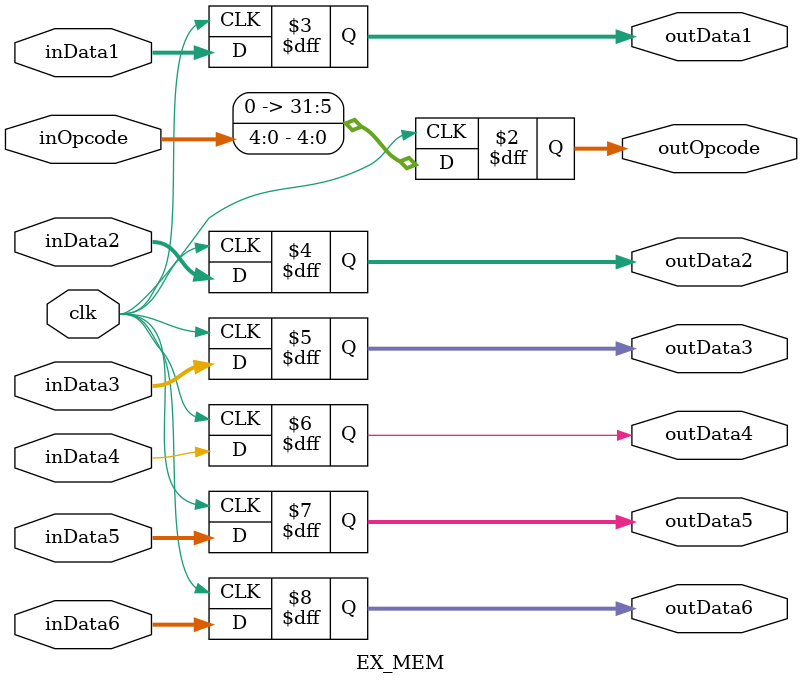
<source format=v>
`timescale 1ns / 1ps


module EX_MEM(
  input clk,
  input [4:0] inOpcode,
  input [31:0] inData1,
  input [31:0] inData2,
  input [31:0] inData3,
  input inData4,
  input [1:0] inData5,
  input [1:0] inData6,
  output reg [31:0] outOpcode,
  output reg [31:0] outData1,
  output reg [31:0] outData2,
  output reg [31:0] outData3,
  output reg outData4,
  output reg [1:0] outData5,
  output reg [1:0] outData6
);
  always @(posedge clk) begin
    outOpcode <= inOpcode;
    outData1 <= inData1;
    outData2 <= inData2;
    outData3 <= inData3;
    outData4 <= inData4;
    outData5 <= inData5;
    outData6 <= inData6;
  end
endmodule


</source>
